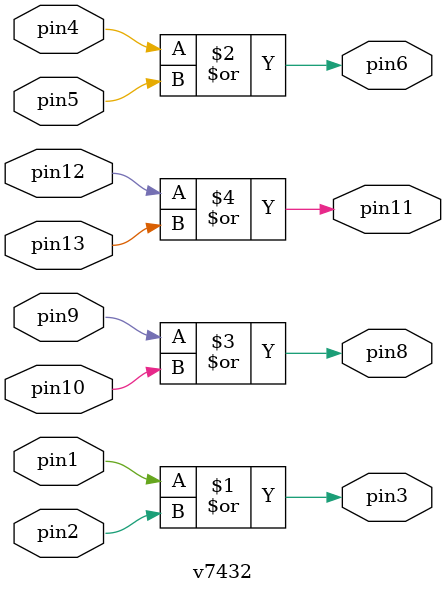
<source format=v>
module mux2to1(x, y, s, m); //init
	input x, y, s; //input
	output m; //output
	wire w1, w2, w3; // wires
	
	v7404 g1(.pin1(s), .pin2(w1)); //gate1(not)
	v7408 g2(.pin1(x), .pin2(w1), .pin3(w2), .pin4(y), .pin5(s), .pin6(w3)); //gate2(and)
	v7432 g3(.pin1(w2), .pin2(w3), .pin3(m)); //gate3(or)
	
endmodule //2-1 multiplexer
	
module v7404 (
	pin1, pin3, pin5, pin9, pin11, pin13,
	pin2, pin4, pin6, pin8, pin10, pin12); //init
	
	input pin1, pin3, pin5, pin9, pin11, pin13; //input
	output pin2, pin4, pin6, pin8, pin10, pin12; //output
	
	assign pin2 = ~pin1; //pin2 = not pin1
	assign pin4 = ~pin3; //pin4 = not pin3
	assign pin6 = ~pin5; //pin6 = not pin5
	assign pin8 = ~pin9; //pin8 = not pin9
	assign pin10 = ~pin11; //pin10 = not pin11
	assign pin12 = ~pin13; //pin12 = not pin13
	
endmodule //v7404 not gate

module v7408 (
	pin1, pin3, pin5, pin9, pin11, pin13,
	pin2, pin4, pin6, pin8, pin10, pin12); //init
	
	input pin1, pin2, pin4, pin5, pin9, pin10, pin12, pin13; //input pins
	output pin3, pin6, pin8, pin11; //output pins
	
	assign pin3 = (pin1 & pin2); //pin3 = pin1 and pin2
	assign pin6 = (pin4 & pin5); //pin6 = pin4 and pin5
	assign pin8 = (pin9 & pin10); //pin8 = pin9 and pin10
	assign pin11 = (pin12 & pin13); //pin11 = pin12 and pin13
	
endmodule //v7408 and gate

module v7432 (
	pin1, pin3, pin5, pin9, pin11, pin13,
	pin2, pin4, pin6, pin8, pin10, pin12); //init
	
	input pin1, pin2, pin4, pin5, pin9, pin10, pin12, pin13; //input pins
	output pin3, pin6, pin8, pin11; //output pins
	
	assign pin3 = (pin1 | pin2); //pin3 = pin1 or pin2
	assign pin6 = (pin4 | pin5); //pin6 = pin4 or pin5
	assign pin8 = (pin9 | pin10); //pin8 = pin9 or pin10
	assign pin11 = (pin12 | pin13); //pin11 = pin12 or pin13
	
endmodule //v7432 or gate
</source>
